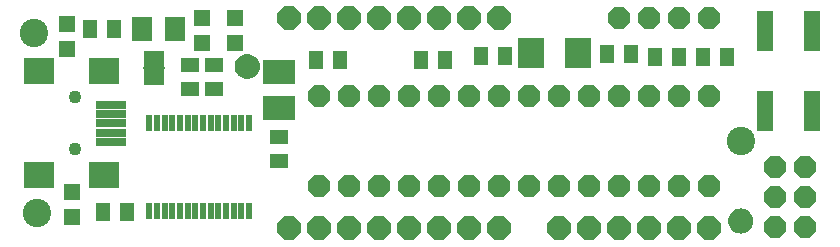
<source format=gbr>
G04 EAGLE Gerber RS-274X export*
G75*
%MOMM*%
%FSLAX34Y34*%
%LPD*%
%INSoldermask Top*%
%IPPOS*%
%AMOC8*
5,1,8,0,0,1.08239X$1,22.5*%
G01*
%ADD10C,2.403200*%
%ADD11P,1.951982X8X202.500000*%
%ADD12R,1.303200X1.603200*%
%ADD13R,1.403200X3.403200*%
%ADD14R,2.703200X2.153200*%
%ADD15R,1.403200X1.403200*%
%ADD16P,2.034460X8X292.500000*%
%ADD17P,2.144431X8X292.500000*%
%ADD18P,2.144431X8X112.500000*%
%ADD19P,2.034460X8X112.500000*%
%ADD20R,0.553200X1.403200*%
%ADD21R,1.603200X1.303200*%
%ADD22R,1.803200X2.003200*%
%ADD23R,2.603200X2.203200*%
%ADD24R,2.511200X0.703200*%
%ADD25C,1.103200*%
%ADD26R,2.203200X2.603200*%
%ADD27R,1.803400X1.371600*%
%ADD28R,1.828800X0.152400*%

G36*
X207532Y140650D02*
X207532Y140650D01*
X207575Y140662D01*
X207641Y140669D01*
X209324Y141120D01*
X209365Y141139D01*
X209428Y141158D01*
X211008Y141895D01*
X211045Y141921D01*
X211104Y141950D01*
X212532Y142950D01*
X212563Y142982D01*
X212616Y143021D01*
X213849Y144254D01*
X213874Y144290D01*
X213920Y144338D01*
X214920Y145766D01*
X214938Y145807D01*
X214975Y145862D01*
X215712Y147442D01*
X215723Y147485D01*
X215750Y147546D01*
X216201Y149229D01*
X216203Y149261D01*
X216210Y149282D01*
X216210Y149297D01*
X216220Y149338D01*
X216372Y151075D01*
X216368Y151119D01*
X216372Y151185D01*
X216220Y152922D01*
X216208Y152965D01*
X216201Y153031D01*
X215750Y154714D01*
X215731Y154755D01*
X215712Y154818D01*
X214975Y156398D01*
X214949Y156435D01*
X214920Y156494D01*
X213920Y157922D01*
X213888Y157953D01*
X213849Y158006D01*
X212616Y159239D01*
X212580Y159264D01*
X212532Y159310D01*
X211104Y160310D01*
X211063Y160328D01*
X211008Y160365D01*
X209428Y161102D01*
X209385Y161113D01*
X209324Y161140D01*
X207641Y161591D01*
X207596Y161594D01*
X207532Y161610D01*
X205795Y161762D01*
X205751Y161758D01*
X205685Y161762D01*
X203948Y161610D01*
X203905Y161598D01*
X203839Y161591D01*
X202156Y161140D01*
X202115Y161121D01*
X202052Y161102D01*
X200472Y160365D01*
X200435Y160339D01*
X200376Y160310D01*
X198948Y159310D01*
X198917Y159278D01*
X198864Y159239D01*
X197631Y158006D01*
X197606Y157970D01*
X197560Y157922D01*
X196560Y156494D01*
X196542Y156453D01*
X196505Y156398D01*
X195768Y154818D01*
X195757Y154775D01*
X195730Y154714D01*
X195279Y153031D01*
X195276Y152986D01*
X195260Y152922D01*
X195108Y151185D01*
X195112Y151141D01*
X195108Y151075D01*
X195260Y149338D01*
X195272Y149295D01*
X195276Y149261D01*
X195276Y149245D01*
X195278Y149240D01*
X195279Y149229D01*
X195730Y147546D01*
X195749Y147505D01*
X195768Y147442D01*
X196505Y145862D01*
X196531Y145825D01*
X196560Y145766D01*
X197560Y144338D01*
X197592Y144307D01*
X197631Y144254D01*
X198864Y143021D01*
X198900Y142996D01*
X198948Y142950D01*
X200376Y141950D01*
X200417Y141932D01*
X200472Y141895D01*
X202052Y141158D01*
X202095Y141147D01*
X202156Y141120D01*
X203839Y140669D01*
X203884Y140666D01*
X203948Y140650D01*
X205685Y140498D01*
X205729Y140502D01*
X205795Y140498D01*
X207532Y140650D01*
G37*
G36*
X625362Y9840D02*
X625362Y9840D01*
X625405Y9852D01*
X625471Y9859D01*
X627154Y10310D01*
X627195Y10329D01*
X627258Y10348D01*
X628838Y11085D01*
X628875Y11111D01*
X628934Y11140D01*
X630362Y12140D01*
X630393Y12172D01*
X630446Y12211D01*
X631679Y13444D01*
X631704Y13480D01*
X631750Y13528D01*
X632750Y14956D01*
X632768Y14997D01*
X632805Y15052D01*
X633542Y16632D01*
X633553Y16675D01*
X633580Y16736D01*
X634031Y18419D01*
X634033Y18451D01*
X634040Y18472D01*
X634040Y18487D01*
X634050Y18528D01*
X634202Y20265D01*
X634198Y20309D01*
X634202Y20375D01*
X634050Y22112D01*
X634038Y22155D01*
X634031Y22221D01*
X633580Y23904D01*
X633561Y23945D01*
X633542Y24008D01*
X632805Y25588D01*
X632779Y25625D01*
X632750Y25684D01*
X631750Y27112D01*
X631718Y27143D01*
X631679Y27196D01*
X630446Y28429D01*
X630410Y28454D01*
X630362Y28500D01*
X628934Y29500D01*
X628893Y29518D01*
X628838Y29555D01*
X627258Y30292D01*
X627215Y30303D01*
X627154Y30330D01*
X625471Y30781D01*
X625426Y30784D01*
X625362Y30800D01*
X623625Y30952D01*
X623581Y30948D01*
X623515Y30952D01*
X621778Y30800D01*
X621735Y30788D01*
X621669Y30781D01*
X619986Y30330D01*
X619945Y30311D01*
X619882Y30292D01*
X618302Y29555D01*
X618265Y29529D01*
X618206Y29500D01*
X616778Y28500D01*
X616747Y28468D01*
X616694Y28429D01*
X615461Y27196D01*
X615436Y27160D01*
X615390Y27112D01*
X614390Y25684D01*
X614372Y25643D01*
X614335Y25588D01*
X613598Y24008D01*
X613587Y23965D01*
X613560Y23904D01*
X613109Y22221D01*
X613106Y22176D01*
X613090Y22112D01*
X612938Y20375D01*
X612942Y20331D01*
X612938Y20265D01*
X613090Y18528D01*
X613102Y18485D01*
X613106Y18451D01*
X613106Y18435D01*
X613108Y18430D01*
X613109Y18419D01*
X613560Y16736D01*
X613579Y16695D01*
X613598Y16632D01*
X614335Y15052D01*
X614361Y15015D01*
X614390Y14956D01*
X615390Y13528D01*
X615422Y13497D01*
X615461Y13444D01*
X616694Y12211D01*
X616730Y12186D01*
X616778Y12140D01*
X618206Y11140D01*
X618247Y11122D01*
X618302Y11085D01*
X619882Y10348D01*
X619925Y10337D01*
X619986Y10310D01*
X621669Y9859D01*
X621714Y9856D01*
X621778Y9840D01*
X623515Y9688D01*
X623559Y9692D01*
X623625Y9688D01*
X625362Y9840D01*
G37*
D10*
X623570Y87630D03*
X25400Y179070D03*
X27940Y26670D03*
D11*
X596900Y125730D03*
X571500Y125730D03*
X495300Y125730D03*
X469900Y125730D03*
X546100Y125730D03*
X520700Y125730D03*
X444500Y125730D03*
X419100Y125730D03*
X393700Y125730D03*
X368300Y125730D03*
X342900Y125730D03*
X317500Y125730D03*
X292100Y125730D03*
X266700Y125730D03*
X266700Y49530D03*
X292100Y49530D03*
X317500Y49530D03*
X342900Y49530D03*
X368300Y49530D03*
X393700Y49530D03*
X419100Y49530D03*
X444500Y49530D03*
X469900Y49530D03*
X495300Y49530D03*
X520700Y49530D03*
X546100Y49530D03*
X571500Y49530D03*
X596900Y49530D03*
D12*
X611980Y158750D03*
X591980Y158750D03*
D13*
X644210Y113320D03*
X644210Y181320D03*
X684210Y181320D03*
X684210Y113320D03*
D14*
X232410Y115560D03*
X232410Y146060D03*
D12*
X264320Y156210D03*
X284320Y156210D03*
D15*
X57150Y44790D03*
X57150Y23790D03*
D12*
X83980Y27940D03*
X103980Y27940D03*
D16*
X652780Y66040D03*
X678180Y66040D03*
X652780Y40640D03*
X678180Y40640D03*
X652780Y15240D03*
X678180Y15240D03*
D15*
X53340Y166030D03*
X53340Y187030D03*
D12*
X92550Y182880D03*
X72550Y182880D03*
D17*
X419100Y191770D03*
X393700Y191770D03*
X368300Y191770D03*
X342900Y191770D03*
X317500Y191770D03*
X292100Y191770D03*
X266700Y191770D03*
X241300Y191770D03*
D18*
X241300Y13970D03*
X266700Y13970D03*
X292100Y13970D03*
X317500Y13970D03*
X342900Y13970D03*
X368300Y13970D03*
X393700Y13970D03*
X419100Y13970D03*
X469900Y13970D03*
X495300Y13970D03*
X520700Y13970D03*
X546100Y13970D03*
X571500Y13970D03*
X596900Y13970D03*
D19*
X520700Y191770D03*
X546100Y191770D03*
X571500Y191770D03*
X596900Y191770D03*
D12*
X551340Y158750D03*
X571340Y158750D03*
D20*
X122850Y29040D03*
X129350Y29040D03*
X135850Y29040D03*
X142350Y29040D03*
X148850Y29040D03*
X155350Y29040D03*
X161850Y29040D03*
X168350Y29040D03*
X174850Y29040D03*
X181350Y29040D03*
X187850Y29040D03*
X194350Y29040D03*
X200850Y29040D03*
X207350Y29040D03*
X207350Y103040D03*
X200850Y103040D03*
X194350Y103040D03*
X187850Y103040D03*
X181350Y103040D03*
X174850Y103040D03*
X168350Y103040D03*
X161850Y103040D03*
X155350Y103040D03*
X148850Y103040D03*
X142350Y103040D03*
X135850Y103040D03*
X129350Y103040D03*
X122850Y103040D03*
D21*
X232410Y91280D03*
X232410Y71280D03*
D12*
X373220Y156210D03*
X353220Y156210D03*
D22*
X116810Y182880D03*
X144810Y182880D03*
D23*
X84530Y146870D03*
D24*
X90170Y118870D03*
X90170Y110870D03*
X90170Y102870D03*
X90170Y94870D03*
X90170Y86870D03*
D23*
X29530Y146870D03*
X84530Y58870D03*
X29530Y58870D03*
D25*
X59530Y124870D03*
X59530Y80870D03*
D26*
X446090Y162560D03*
X486090Y162560D03*
D12*
X530700Y161290D03*
X510700Y161290D03*
X404020Y160020D03*
X424020Y160020D03*
D15*
X167640Y171110D03*
X167640Y192110D03*
D21*
X157480Y132240D03*
X157480Y152240D03*
D15*
X195580Y171110D03*
X195580Y192110D03*
D21*
X177800Y132240D03*
X177800Y152240D03*
D27*
X127000Y157480D03*
X127000Y142240D03*
D28*
X127000Y149860D03*
M02*

</source>
